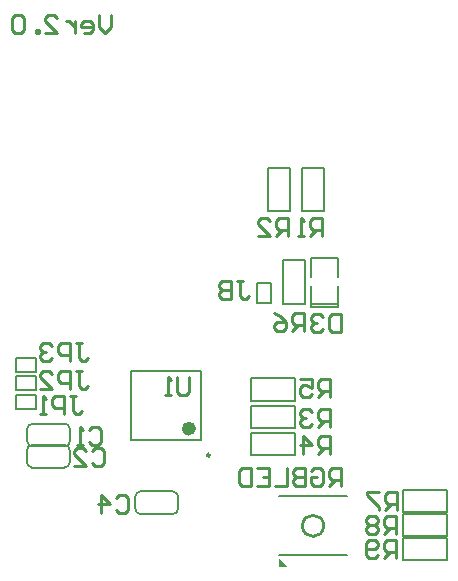
<source format=gbo>
%FSLAX25Y25*%
%MOIN*%
G70*
G01*
G75*
G04 Layer_Color=32896*
%ADD10R,0.04921X0.07284*%
%ADD11R,0.09252X0.09449*%
%ADD12C,0.02756*%
%ADD13C,0.03150*%
%ADD14C,0.01969*%
%ADD15C,0.05906*%
%ADD16R,0.05906X0.05906*%
%ADD17C,0.06000*%
%ADD18O,0.09449X0.07874*%
%ADD19C,0.07874*%
%ADD20O,0.05906X0.09843*%
%ADD21C,0.04528*%
%ADD22C,0.02756*%
%ADD23C,0.03150*%
%ADD24C,0.13780*%
%ADD25C,0.17000*%
%ADD26R,0.08268X0.03937*%
%ADD27R,0.04500X0.05906*%
%ADD28R,0.02362X0.03937*%
%ADD29R,0.06299X0.05118*%
%ADD30R,0.05906X0.04500*%
%ADD31O,0.06496X0.02165*%
%ADD32O,0.02165X0.06496*%
%ADD33R,0.04000X0.05512*%
%ADD34R,0.03937X0.02362*%
%ADD35C,0.02362*%
%ADD36C,0.00315*%
%ADD37C,0.00197*%
%ADD38C,0.01000*%
%ADD39C,0.00984*%
%ADD40C,0.00787*%
%ADD41C,0.01181*%
%ADD42R,0.02165X0.07284*%
%ADD43R,0.89963X0.10959*%
%ADD44R,0.05721X0.08083*%
%ADD45R,0.10052X0.10249*%
%ADD46C,0.06706*%
%ADD47R,0.06706X0.06706*%
%ADD48C,0.06800*%
%ADD49O,0.10249X0.08674*%
%ADD50C,0.08674*%
%ADD51O,0.06706X0.10642*%
%ADD52C,0.05328*%
%ADD53C,0.03556*%
%ADD54C,0.03950*%
%ADD55C,0.14579*%
%ADD56C,0.17800*%
%ADD57R,0.09068X0.04737*%
%ADD58R,0.05300X0.06706*%
%ADD59R,0.03162X0.04737*%
%ADD60R,0.07099X0.05918*%
%ADD61R,0.06706X0.05300*%
%ADD62O,0.07296X0.02965*%
%ADD63O,0.02965X0.07296*%
%ADD64R,0.04800X0.06312*%
%ADD65R,0.04737X0.03162*%
%ADD66C,0.00800*%
%ADD67C,0.00500*%
G36*
X85529Y-168104D02*
X82576D01*
Y-165151D01*
X85529Y-168104D01*
D02*
G37*
D35*
X53765Y-121914D02*
G03*
X53765Y-121914I-1181J0D01*
G01*
D38*
X97548Y-154324D02*
G03*
X97548Y-154324I-3549J0D01*
G01*
X103357Y-141196D02*
Y-135198D01*
X100358D01*
X99358Y-136197D01*
Y-138197D01*
X100358Y-139197D01*
X103357D01*
X101357D02*
X99358Y-141196D01*
X93360Y-136197D02*
X94359Y-135198D01*
X96359D01*
X97359Y-136197D01*
Y-140196D01*
X96359Y-141196D01*
X94359D01*
X93360Y-140196D01*
Y-138197D01*
X95359D01*
X91360Y-135198D02*
Y-141196D01*
X88361D01*
X87362Y-140196D01*
Y-139197D01*
X88361Y-138197D01*
X91360D01*
X88361D01*
X87362Y-137197D01*
Y-136197D01*
X88361Y-135198D01*
X91360D01*
X85362D02*
Y-141196D01*
X81364D01*
X75366Y-135198D02*
X79364D01*
Y-141196D01*
X75366D01*
X79364Y-138197D02*
X77365D01*
X73366Y-135198D02*
Y-141196D01*
X70367D01*
X69368Y-140196D01*
Y-136197D01*
X70367Y-135198D01*
X73366D01*
X121877Y-148972D02*
Y-142974D01*
X118877D01*
X117878Y-143974D01*
Y-145973D01*
X118877Y-146973D01*
X121877D01*
X119877D02*
X117878Y-148972D01*
X115878Y-142974D02*
X111880D01*
Y-143974D01*
X115878Y-147973D01*
Y-148972D01*
X121658Y-157057D02*
Y-151059D01*
X118659D01*
X117659Y-152059D01*
Y-154059D01*
X118659Y-155058D01*
X121658D01*
X119659D02*
X117659Y-157057D01*
X115660Y-152059D02*
X114660Y-151059D01*
X112661D01*
X111661Y-152059D01*
Y-153059D01*
X112661Y-154059D01*
X111661Y-155058D01*
Y-156058D01*
X112661Y-157057D01*
X114660D01*
X115660Y-156058D01*
Y-155058D01*
X114660Y-154059D01*
X115660Y-153059D01*
Y-152059D01*
X114660Y-154059D02*
X112661D01*
X121658Y-165143D02*
Y-159145D01*
X118659D01*
X117659Y-160144D01*
Y-162144D01*
X118659Y-163144D01*
X121658D01*
X119659D02*
X117659Y-165143D01*
X115660Y-164143D02*
X114660Y-165143D01*
X112661D01*
X111661Y-164143D01*
Y-160144D01*
X112661Y-159145D01*
X114660D01*
X115660Y-160144D01*
Y-161144D01*
X114660Y-162144D01*
X111661D01*
X15059Y-93489D02*
X17058D01*
X16058D01*
Y-98487D01*
X17058Y-99487D01*
X18058D01*
X19058Y-98487D01*
X13059Y-99487D02*
Y-93489D01*
X10060D01*
X9061Y-94488D01*
Y-96488D01*
X10060Y-97487D01*
X13059D01*
X7061Y-94488D02*
X6062Y-93489D01*
X4062D01*
X3063Y-94488D01*
Y-95488D01*
X4062Y-96488D01*
X5062D01*
X4062D01*
X3063Y-97487D01*
Y-98487D01*
X4062Y-99487D01*
X6062D01*
X7061Y-98487D01*
X91005Y-89451D02*
Y-83453D01*
X88006D01*
X87006Y-84453D01*
Y-86452D01*
X88006Y-87452D01*
X91005D01*
X89005D02*
X87006Y-89451D01*
X81008Y-83453D02*
X83007Y-84453D01*
X85006Y-86452D01*
Y-88452D01*
X84007Y-89451D01*
X82007D01*
X81008Y-88452D01*
Y-87452D01*
X82007Y-86452D01*
X85006D01*
X103413Y-83558D02*
Y-89556D01*
X100414D01*
X99414Y-88556D01*
Y-84557D01*
X100414Y-83558D01*
X103413D01*
X97415Y-84557D02*
X96415Y-83558D01*
X94416D01*
X93416Y-84557D01*
Y-85557D01*
X94416Y-86557D01*
X95415D01*
X94416D01*
X93416Y-87556D01*
Y-88556D01*
X94416Y-89556D01*
X96415D01*
X97415Y-88556D01*
X19314Y-122484D02*
X20314Y-121484D01*
X22313D01*
X23313Y-122484D01*
Y-126482D01*
X22313Y-127482D01*
X20314D01*
X19314Y-126482D01*
X17315Y-127482D02*
X15315D01*
X16315D01*
Y-121484D01*
X17315Y-122484D01*
X20411Y-129239D02*
X21411Y-128239D01*
X23410D01*
X24410Y-129239D01*
Y-133237D01*
X23410Y-134237D01*
X21411D01*
X20411Y-133237D01*
X14413Y-134237D02*
X18412D01*
X14413Y-130238D01*
Y-129239D01*
X15413Y-128239D01*
X17412D01*
X18412Y-129239D01*
X28231Y-145082D02*
X29230Y-144082D01*
X31230D01*
X32229Y-145082D01*
Y-149081D01*
X31230Y-150080D01*
X29230D01*
X28231Y-149081D01*
X23232Y-150080D02*
Y-144082D01*
X26231Y-147081D01*
X22232D01*
X99507Y-121262D02*
Y-115264D01*
X96508D01*
X95508Y-116263D01*
Y-118263D01*
X96508Y-119263D01*
X99507D01*
X97508D02*
X95508Y-121262D01*
X93509Y-116263D02*
X92509Y-115264D01*
X90510D01*
X89510Y-116263D01*
Y-117263D01*
X90510Y-118263D01*
X91510D01*
X90510D01*
X89510Y-119263D01*
Y-120262D01*
X90510Y-121262D01*
X92509D01*
X93509Y-120262D01*
X99507Y-130505D02*
Y-124506D01*
X96508D01*
X95508Y-125506D01*
Y-127506D01*
X96508Y-128505D01*
X99507D01*
X97508D02*
X95508Y-130505D01*
X90510D02*
Y-124506D01*
X93509Y-127506D01*
X89510D01*
X99507Y-111389D02*
Y-105391D01*
X96508D01*
X95508Y-106391D01*
Y-108390D01*
X96508Y-109389D01*
X99507D01*
X97508D02*
X95508Y-111389D01*
X89510Y-105391D02*
X93509D01*
Y-108390D01*
X91510Y-107390D01*
X90510D01*
X89510Y-108390D01*
Y-110389D01*
X90510Y-111389D01*
X92509D01*
X93509Y-110389D01*
X96829Y-57636D02*
Y-51638D01*
X93830D01*
X92830Y-52638D01*
Y-54637D01*
X93830Y-55637D01*
X96829D01*
X94829D02*
X92830Y-57636D01*
X90831D02*
X88831D01*
X89831D01*
Y-51638D01*
X90831Y-52638D01*
X52726Y-104733D02*
Y-109731D01*
X51727Y-110731D01*
X49727D01*
X48728Y-109731D01*
Y-104733D01*
X46728Y-110731D02*
X44729D01*
X45728D01*
Y-104733D01*
X46728Y-105733D01*
X85552Y-57763D02*
Y-51765D01*
X82552D01*
X81553Y-52765D01*
Y-54764D01*
X82552Y-55764D01*
X85552D01*
X83552D02*
X81553Y-57763D01*
X75555D02*
X79553D01*
X75555Y-53764D01*
Y-52765D01*
X76554Y-51765D01*
X78554D01*
X79553Y-52765D01*
X68710Y-72610D02*
X70709D01*
X69709D01*
Y-77608D01*
X70709Y-78608D01*
X71709D01*
X72708Y-77608D01*
X66710Y-72610D02*
Y-78608D01*
X63711D01*
X62712Y-77608D01*
Y-76609D01*
X63711Y-75609D01*
X66710D01*
X63711D01*
X62712Y-74609D01*
Y-73610D01*
X63711Y-72610D01*
X66710D01*
X13059Y-110992D02*
X15059D01*
X14059D01*
Y-115990D01*
X15059Y-116990D01*
X16058D01*
X17058Y-115990D01*
X11060Y-116990D02*
Y-110992D01*
X8061D01*
X7061Y-111992D01*
Y-113991D01*
X8061Y-114991D01*
X11060D01*
X5062Y-116990D02*
X3063D01*
X4062D01*
Y-110992D01*
X5062Y-111992D01*
X15059Y-102579D02*
X17058D01*
X16058D01*
Y-107578D01*
X17058Y-108578D01*
X18058D01*
X19058Y-107578D01*
X13059Y-108578D02*
Y-102579D01*
X10060D01*
X9061Y-103579D01*
Y-105579D01*
X10060Y-106578D01*
X13059D01*
X3063Y-108578D02*
X7061D01*
X3063Y-104579D01*
Y-103579D01*
X4062Y-102579D01*
X6062D01*
X7061Y-103579D01*
X26772Y15828D02*
Y11830D01*
X24772Y9830D01*
X22773Y11830D01*
Y15828D01*
X17774Y9830D02*
X19774D01*
X20774Y10830D01*
Y12829D01*
X19774Y13829D01*
X17774D01*
X16775Y12829D01*
Y11830D01*
X20774D01*
X14775Y13829D02*
Y9830D01*
Y11830D01*
X13776Y12829D01*
X12776Y13829D01*
X11777D01*
X4779Y9830D02*
X8777D01*
X4779Y13829D01*
Y14829D01*
X5778Y15828D01*
X7778D01*
X8777Y14829D01*
X2779Y9830D02*
Y10830D01*
X1780D01*
Y9830D01*
X2779D01*
X-2219Y14829D02*
X-3219Y15828D01*
X-5218D01*
X-6218Y14829D01*
Y10830D01*
X-5218Y9830D01*
X-3219D01*
X-2219Y10830D01*
Y14829D01*
D39*
X59670Y-130773D02*
G03*
X59670Y-130773I-492J0D01*
G01*
D40*
X82576Y-164167D02*
X105214D01*
X82576Y-144482D02*
X105214D01*
X102416Y-81266D02*
Y-74455D01*
X93361Y-81266D02*
Y-74455D01*
Y-81266D02*
X102416D01*
X93361Y-65007D02*
X102416D01*
Y-71306D02*
Y-65007D01*
X93361Y-71306D02*
Y-65007D01*
Y-80489D02*
X102416D01*
X33292Y-125851D02*
Y-102623D01*
X56521Y-125851D02*
Y-102623D01*
X33292D02*
X56521D01*
X33292Y-125851D02*
X56521D01*
D66*
X11051Y-134903D02*
G03*
X12892Y-133062I0J1841D01*
G01*
X12881Y-129153D02*
G03*
X11041Y-127312I-1841J0D01*
G01*
X422D02*
G03*
X-1419Y-129153I0J-1841D01*
G01*
Y-133062D02*
G03*
X422Y-134903I1841J0D01*
G01*
X11148Y-127857D02*
G03*
X12989Y-126016I0J1841D01*
G01*
X12978Y-122107D02*
G03*
X11137Y-120266I-1841J0D01*
G01*
X519D02*
G03*
X-1322Y-122107I0J-1841D01*
G01*
Y-126016D02*
G03*
X519Y-127857I1841J0D01*
G01*
X36544Y-142852D02*
G03*
X34704Y-144692I0J-1841D01*
G01*
X34714Y-148602D02*
G03*
X36555Y-150443I1841J0D01*
G01*
X47174D02*
G03*
X49014Y-148602I0J1841D01*
G01*
Y-144693D02*
G03*
X47174Y-142852I-1841J0D01*
G01*
X-1419Y-132962D02*
Y-129253D01*
X381Y-127303D02*
X11093D01*
X381Y-134903D02*
X10951D01*
X12881Y-132952D02*
Y-129253D01*
X-1322Y-125916D02*
Y-122207D01*
X478Y-120257D02*
X11190D01*
X478Y-127857D02*
X11048D01*
X12978Y-125907D02*
Y-122207D01*
X49014Y-148502D02*
Y-144792D01*
X36503Y-150452D02*
X47214D01*
X36644Y-142852D02*
X47214D01*
X34714Y-148502D02*
Y-144802D01*
D67*
X124079Y-149801D02*
Y-142440D01*
X138579D01*
X124079Y-149801D02*
X138579D01*
Y-142501D01*
X124079Y-157801D02*
Y-150440D01*
X138579D01*
X124079Y-157801D02*
X138579D01*
Y-150501D01*
X124079Y-165801D02*
Y-158440D01*
X138579D01*
X124079Y-165801D02*
X138579D01*
Y-158501D01*
X-5045Y-103094D02*
X1737D01*
X-5045D02*
Y-98369D01*
X1737D01*
Y-103094D02*
Y-98369D01*
X83972Y-65790D02*
X91333D01*
Y-80290D02*
Y-65790D01*
X83972Y-80290D02*
Y-65790D01*
Y-80290D02*
X91272D01*
X90367Y-49417D02*
X97667D01*
X90367D02*
Y-34917D01*
X97729Y-49417D02*
Y-34917D01*
X90367D02*
X97729D01*
X87971Y-112554D02*
Y-105254D01*
X73471Y-112554D02*
X87971D01*
X73471Y-105192D02*
X87971D01*
X73471Y-112554D02*
Y-105192D01*
Y-130588D02*
Y-123288D01*
X87971D01*
X73471Y-130650D02*
X87971D01*
Y-123288D01*
X73471Y-121540D02*
Y-114240D01*
X87971D01*
X73471Y-121602D02*
X87971D01*
Y-114240D01*
X-5045Y-109213D02*
X1737D01*
X-5045D02*
Y-104488D01*
X1737D01*
Y-109213D02*
Y-104488D01*
X-5045Y-115331D02*
X1737D01*
X-5045D02*
Y-110607D01*
X1737D01*
Y-115331D02*
Y-110607D01*
X80008Y-80022D02*
Y-73240D01*
X75284Y-80022D02*
X80008D01*
X75284D02*
Y-73240D01*
X80008D01*
X79046Y-49417D02*
X86346D01*
X79046D02*
Y-34917D01*
X86408Y-49417D02*
Y-34917D01*
X79046D02*
X86408D01*
M02*

</source>
